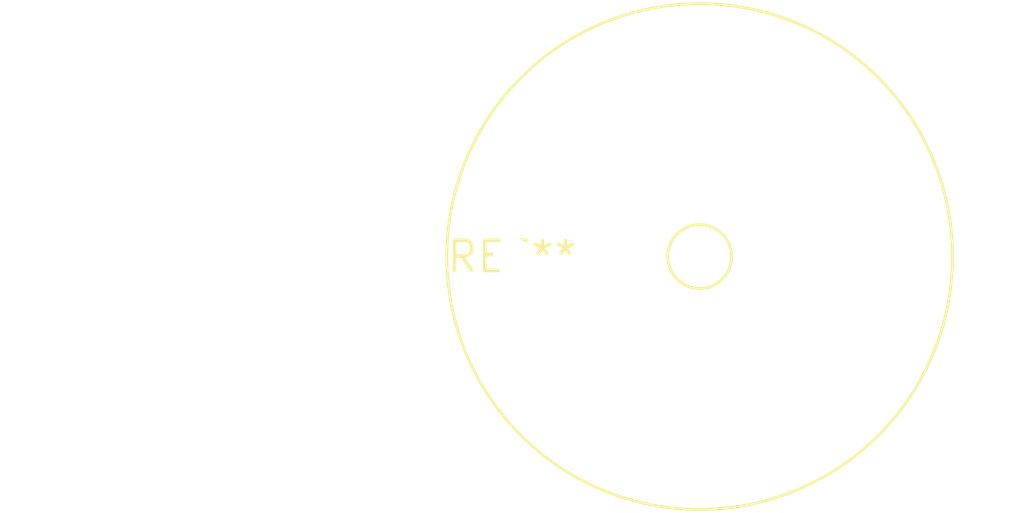
<source format=kicad_pcb>
(kicad_pcb (version 20240108) (generator pcbnew)
  (layers (0 "F.Cu" signal) (31 "B.Cu" signal) (34 "B.Paste" user) (35 "F.Paste" user) (36 "B.SilkS" user "B.Silkscreen") (37 "F.SilkS" user "F.Silkscreen") (38 "B.Mask" user) (39 "F.Mask" user) (44 "Edge.Cuts" user))
  (net 0 "")
  (footprint "L_Radial_D21.0mm_P15.75mm_Vishay_IHB-2" (layer "F.Cu") (at 0 0)
    (property "Reference" "REF**")
    (property "Value" "L_Radial_D21.0mm_P15.75mm_Vishay_IHB-2")
    (fp_circle (center 7.875 0) (end 9.215 0) (layer "F.SilkS") (stroke (width 0.12)) (fill none))
    (fp_circle (center 7.875 0) (end 18.495 0) (layer "F.SilkS") (stroke (width 0.12)) (fill none))
    (pad "1" thru_hole circle (at 0 0) (size 3.2 3.2) (drill 1.6) (layers *.Cu *.Mask) (remove_unused_layers))
    (pad "2" thru_hole circle (at 15.75 0) (size 3.2 3.2) (drill 1.6) (layers *.Cu *.Mask) (remove_unused_layers))
  )
)
</source>
